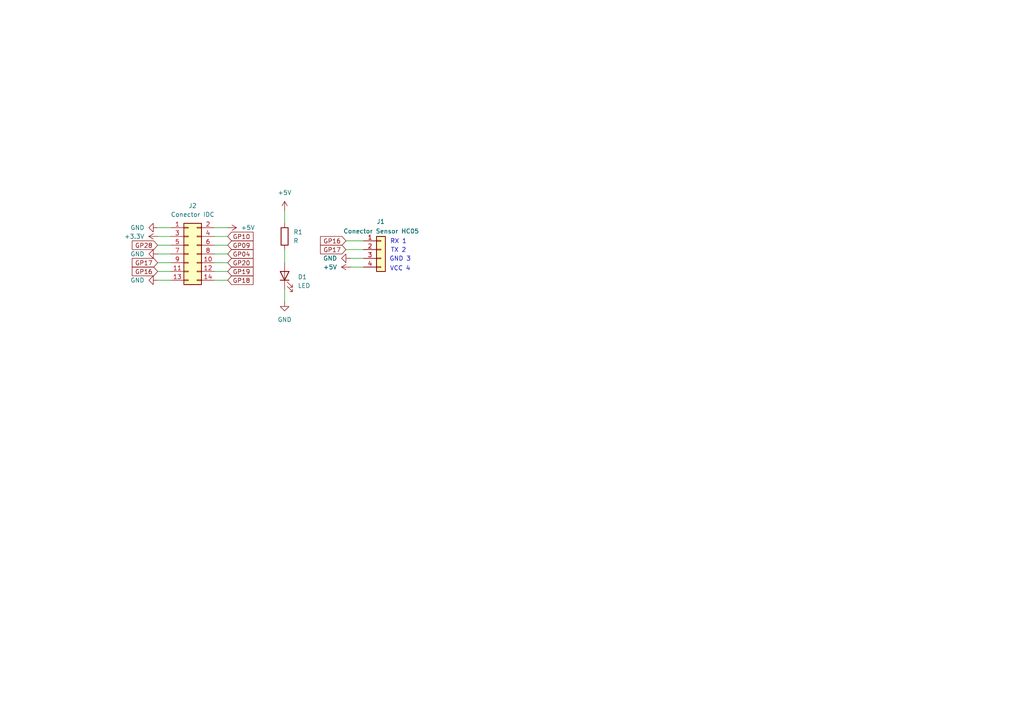
<source format=kicad_sch>
(kicad_sch
	(version 20231120)
	(generator "eeschema")
	(generator_version "8.0")
	(uuid "fe4acb7c-c383-4f31-a7b5-15695a499560")
	(paper "A4")
	(title_block
		(title "PCB para sensor HC05 ")
		(company "Universidade Estadual de Campinas")
		(comment 1 "Victor Anthony T. dos Santos")
		(comment 2 "IE323 - Tópicos em Eletrônica")
	)
	(lib_symbols
		(symbol "Connector_Generic:Conn_01x04"
			(pin_names
				(offset 1.016) hide)
			(exclude_from_sim no)
			(in_bom yes)
			(on_board yes)
			(property "Reference" "J"
				(at 0 5.08 0)
				(effects
					(font
						(size 1.27 1.27)
					)
				)
			)
			(property "Value" "Conn_01x04"
				(at 0 -7.62 0)
				(effects
					(font
						(size 1.27 1.27)
					)
				)
			)
			(property "Footprint" ""
				(at 0 0 0)
				(effects
					(font
						(size 1.27 1.27)
					)
					(hide yes)
				)
			)
			(property "Datasheet" "~"
				(at 0 0 0)
				(effects
					(font
						(size 1.27 1.27)
					)
					(hide yes)
				)
			)
			(property "Description" "Generic connector, single row, 01x04, script generated (kicad-library-utils/schlib/autogen/connector/)"
				(at 0 0 0)
				(effects
					(font
						(size 1.27 1.27)
					)
					(hide yes)
				)
			)
			(property "ki_keywords" "connector"
				(at 0 0 0)
				(effects
					(font
						(size 1.27 1.27)
					)
					(hide yes)
				)
			)
			(property "ki_fp_filters" "Connector*:*_1x??_*"
				(at 0 0 0)
				(effects
					(font
						(size 1.27 1.27)
					)
					(hide yes)
				)
			)
			(symbol "Conn_01x04_1_1"
				(rectangle
					(start -1.27 -4.953)
					(end 0 -5.207)
					(stroke
						(width 0.1524)
						(type default)
					)
					(fill
						(type none)
					)
				)
				(rectangle
					(start -1.27 -2.413)
					(end 0 -2.667)
					(stroke
						(width 0.1524)
						(type default)
					)
					(fill
						(type none)
					)
				)
				(rectangle
					(start -1.27 0.127)
					(end 0 -0.127)
					(stroke
						(width 0.1524)
						(type default)
					)
					(fill
						(type none)
					)
				)
				(rectangle
					(start -1.27 2.667)
					(end 0 2.413)
					(stroke
						(width 0.1524)
						(type default)
					)
					(fill
						(type none)
					)
				)
				(rectangle
					(start -1.27 3.81)
					(end 1.27 -6.35)
					(stroke
						(width 0.254)
						(type default)
					)
					(fill
						(type background)
					)
				)
				(pin passive line
					(at -5.08 2.54 0)
					(length 3.81)
					(name "Pin_1"
						(effects
							(font
								(size 1.27 1.27)
							)
						)
					)
					(number "1"
						(effects
							(font
								(size 1.27 1.27)
							)
						)
					)
				)
				(pin passive line
					(at -5.08 0 0)
					(length 3.81)
					(name "Pin_2"
						(effects
							(font
								(size 1.27 1.27)
							)
						)
					)
					(number "2"
						(effects
							(font
								(size 1.27 1.27)
							)
						)
					)
				)
				(pin passive line
					(at -5.08 -2.54 0)
					(length 3.81)
					(name "Pin_3"
						(effects
							(font
								(size 1.27 1.27)
							)
						)
					)
					(number "3"
						(effects
							(font
								(size 1.27 1.27)
							)
						)
					)
				)
				(pin passive line
					(at -5.08 -5.08 0)
					(length 3.81)
					(name "Pin_4"
						(effects
							(font
								(size 1.27 1.27)
							)
						)
					)
					(number "4"
						(effects
							(font
								(size 1.27 1.27)
							)
						)
					)
				)
			)
		)
		(symbol "Connector_Generic:Conn_02x07_Odd_Even"
			(pin_names
				(offset 1.016) hide)
			(exclude_from_sim no)
			(in_bom yes)
			(on_board yes)
			(property "Reference" "J"
				(at 1.27 10.16 0)
				(effects
					(font
						(size 1.27 1.27)
					)
				)
			)
			(property "Value" "Conn_02x07_Odd_Even"
				(at 1.27 -10.16 0)
				(effects
					(font
						(size 1.27 1.27)
					)
				)
			)
			(property "Footprint" ""
				(at 0 0 0)
				(effects
					(font
						(size 1.27 1.27)
					)
					(hide yes)
				)
			)
			(property "Datasheet" "~"
				(at 0 0 0)
				(effects
					(font
						(size 1.27 1.27)
					)
					(hide yes)
				)
			)
			(property "Description" "Generic connector, double row, 02x07, odd/even pin numbering scheme (row 1 odd numbers, row 2 even numbers), script generated (kicad-library-utils/schlib/autogen/connector/)"
				(at 0 0 0)
				(effects
					(font
						(size 1.27 1.27)
					)
					(hide yes)
				)
			)
			(property "ki_keywords" "connector"
				(at 0 0 0)
				(effects
					(font
						(size 1.27 1.27)
					)
					(hide yes)
				)
			)
			(property "ki_fp_filters" "Connector*:*_2x??_*"
				(at 0 0 0)
				(effects
					(font
						(size 1.27 1.27)
					)
					(hide yes)
				)
			)
			(symbol "Conn_02x07_Odd_Even_1_1"
				(rectangle
					(start -1.27 -7.493)
					(end 0 -7.747)
					(stroke
						(width 0.1524)
						(type default)
					)
					(fill
						(type none)
					)
				)
				(rectangle
					(start -1.27 -4.953)
					(end 0 -5.207)
					(stroke
						(width 0.1524)
						(type default)
					)
					(fill
						(type none)
					)
				)
				(rectangle
					(start -1.27 -2.413)
					(end 0 -2.667)
					(stroke
						(width 0.1524)
						(type default)
					)
					(fill
						(type none)
					)
				)
				(rectangle
					(start -1.27 0.127)
					(end 0 -0.127)
					(stroke
						(width 0.1524)
						(type default)
					)
					(fill
						(type none)
					)
				)
				(rectangle
					(start -1.27 2.667)
					(end 0 2.413)
					(stroke
						(width 0.1524)
						(type default)
					)
					(fill
						(type none)
					)
				)
				(rectangle
					(start -1.27 5.207)
					(end 0 4.953)
					(stroke
						(width 0.1524)
						(type default)
					)
					(fill
						(type none)
					)
				)
				(rectangle
					(start -1.27 7.747)
					(end 0 7.493)
					(stroke
						(width 0.1524)
						(type default)
					)
					(fill
						(type none)
					)
				)
				(rectangle
					(start -1.27 8.89)
					(end 3.81 -8.89)
					(stroke
						(width 0.254)
						(type default)
					)
					(fill
						(type background)
					)
				)
				(rectangle
					(start 3.81 -7.493)
					(end 2.54 -7.747)
					(stroke
						(width 0.1524)
						(type default)
					)
					(fill
						(type none)
					)
				)
				(rectangle
					(start 3.81 -4.953)
					(end 2.54 -5.207)
					(stroke
						(width 0.1524)
						(type default)
					)
					(fill
						(type none)
					)
				)
				(rectangle
					(start 3.81 -2.413)
					(end 2.54 -2.667)
					(stroke
						(width 0.1524)
						(type default)
					)
					(fill
						(type none)
					)
				)
				(rectangle
					(start 3.81 0.127)
					(end 2.54 -0.127)
					(stroke
						(width 0.1524)
						(type default)
					)
					(fill
						(type none)
					)
				)
				(rectangle
					(start 3.81 2.667)
					(end 2.54 2.413)
					(stroke
						(width 0.1524)
						(type default)
					)
					(fill
						(type none)
					)
				)
				(rectangle
					(start 3.81 5.207)
					(end 2.54 4.953)
					(stroke
						(width 0.1524)
						(type default)
					)
					(fill
						(type none)
					)
				)
				(rectangle
					(start 3.81 7.747)
					(end 2.54 7.493)
					(stroke
						(width 0.1524)
						(type default)
					)
					(fill
						(type none)
					)
				)
				(pin passive line
					(at -5.08 7.62 0)
					(length 3.81)
					(name "Pin_1"
						(effects
							(font
								(size 1.27 1.27)
							)
						)
					)
					(number "1"
						(effects
							(font
								(size 1.27 1.27)
							)
						)
					)
				)
				(pin passive line
					(at 7.62 -2.54 180)
					(length 3.81)
					(name "Pin_10"
						(effects
							(font
								(size 1.27 1.27)
							)
						)
					)
					(number "10"
						(effects
							(font
								(size 1.27 1.27)
							)
						)
					)
				)
				(pin passive line
					(at -5.08 -5.08 0)
					(length 3.81)
					(name "Pin_11"
						(effects
							(font
								(size 1.27 1.27)
							)
						)
					)
					(number "11"
						(effects
							(font
								(size 1.27 1.27)
							)
						)
					)
				)
				(pin passive line
					(at 7.62 -5.08 180)
					(length 3.81)
					(name "Pin_12"
						(effects
							(font
								(size 1.27 1.27)
							)
						)
					)
					(number "12"
						(effects
							(font
								(size 1.27 1.27)
							)
						)
					)
				)
				(pin passive line
					(at -5.08 -7.62 0)
					(length 3.81)
					(name "Pin_13"
						(effects
							(font
								(size 1.27 1.27)
							)
						)
					)
					(number "13"
						(effects
							(font
								(size 1.27 1.27)
							)
						)
					)
				)
				(pin passive line
					(at 7.62 -7.62 180)
					(length 3.81)
					(name "Pin_14"
						(effects
							(font
								(size 1.27 1.27)
							)
						)
					)
					(number "14"
						(effects
							(font
								(size 1.27 1.27)
							)
						)
					)
				)
				(pin passive line
					(at 7.62 7.62 180)
					(length 3.81)
					(name "Pin_2"
						(effects
							(font
								(size 1.27 1.27)
							)
						)
					)
					(number "2"
						(effects
							(font
								(size 1.27 1.27)
							)
						)
					)
				)
				(pin passive line
					(at -5.08 5.08 0)
					(length 3.81)
					(name "Pin_3"
						(effects
							(font
								(size 1.27 1.27)
							)
						)
					)
					(number "3"
						(effects
							(font
								(size 1.27 1.27)
							)
						)
					)
				)
				(pin passive line
					(at 7.62 5.08 180)
					(length 3.81)
					(name "Pin_4"
						(effects
							(font
								(size 1.27 1.27)
							)
						)
					)
					(number "4"
						(effects
							(font
								(size 1.27 1.27)
							)
						)
					)
				)
				(pin passive line
					(at -5.08 2.54 0)
					(length 3.81)
					(name "Pin_5"
						(effects
							(font
								(size 1.27 1.27)
							)
						)
					)
					(number "5"
						(effects
							(font
								(size 1.27 1.27)
							)
						)
					)
				)
				(pin passive line
					(at 7.62 2.54 180)
					(length 3.81)
					(name "Pin_6"
						(effects
							(font
								(size 1.27 1.27)
							)
						)
					)
					(number "6"
						(effects
							(font
								(size 1.27 1.27)
							)
						)
					)
				)
				(pin passive line
					(at -5.08 0 0)
					(length 3.81)
					(name "Pin_7"
						(effects
							(font
								(size 1.27 1.27)
							)
						)
					)
					(number "7"
						(effects
							(font
								(size 1.27 1.27)
							)
						)
					)
				)
				(pin passive line
					(at 7.62 0 180)
					(length 3.81)
					(name "Pin_8"
						(effects
							(font
								(size 1.27 1.27)
							)
						)
					)
					(number "8"
						(effects
							(font
								(size 1.27 1.27)
							)
						)
					)
				)
				(pin passive line
					(at -5.08 -2.54 0)
					(length 3.81)
					(name "Pin_9"
						(effects
							(font
								(size 1.27 1.27)
							)
						)
					)
					(number "9"
						(effects
							(font
								(size 1.27 1.27)
							)
						)
					)
				)
			)
		)
		(symbol "Device:LED"
			(pin_numbers hide)
			(pin_names
				(offset 1.016) hide)
			(exclude_from_sim no)
			(in_bom yes)
			(on_board yes)
			(property "Reference" "D"
				(at 0 2.54 0)
				(effects
					(font
						(size 1.27 1.27)
					)
				)
			)
			(property "Value" "LED"
				(at 0 -2.54 0)
				(effects
					(font
						(size 1.27 1.27)
					)
				)
			)
			(property "Footprint" ""
				(at 0 0 0)
				(effects
					(font
						(size 1.27 1.27)
					)
					(hide yes)
				)
			)
			(property "Datasheet" "~"
				(at 0 0 0)
				(effects
					(font
						(size 1.27 1.27)
					)
					(hide yes)
				)
			)
			(property "Description" "Light emitting diode"
				(at 0 0 0)
				(effects
					(font
						(size 1.27 1.27)
					)
					(hide yes)
				)
			)
			(property "ki_keywords" "LED diode"
				(at 0 0 0)
				(effects
					(font
						(size 1.27 1.27)
					)
					(hide yes)
				)
			)
			(property "ki_fp_filters" "LED* LED_SMD:* LED_THT:*"
				(at 0 0 0)
				(effects
					(font
						(size 1.27 1.27)
					)
					(hide yes)
				)
			)
			(symbol "LED_0_1"
				(polyline
					(pts
						(xy -1.27 -1.27) (xy -1.27 1.27)
					)
					(stroke
						(width 0.254)
						(type default)
					)
					(fill
						(type none)
					)
				)
				(polyline
					(pts
						(xy -1.27 0) (xy 1.27 0)
					)
					(stroke
						(width 0)
						(type default)
					)
					(fill
						(type none)
					)
				)
				(polyline
					(pts
						(xy 1.27 -1.27) (xy 1.27 1.27) (xy -1.27 0) (xy 1.27 -1.27)
					)
					(stroke
						(width 0.254)
						(type default)
					)
					(fill
						(type none)
					)
				)
				(polyline
					(pts
						(xy -3.048 -0.762) (xy -4.572 -2.286) (xy -3.81 -2.286) (xy -4.572 -2.286) (xy -4.572 -1.524)
					)
					(stroke
						(width 0)
						(type default)
					)
					(fill
						(type none)
					)
				)
				(polyline
					(pts
						(xy -1.778 -0.762) (xy -3.302 -2.286) (xy -2.54 -2.286) (xy -3.302 -2.286) (xy -3.302 -1.524)
					)
					(stroke
						(width 0)
						(type default)
					)
					(fill
						(type none)
					)
				)
			)
			(symbol "LED_1_1"
				(pin passive line
					(at -3.81 0 0)
					(length 2.54)
					(name "K"
						(effects
							(font
								(size 1.27 1.27)
							)
						)
					)
					(number "1"
						(effects
							(font
								(size 1.27 1.27)
							)
						)
					)
				)
				(pin passive line
					(at 3.81 0 180)
					(length 2.54)
					(name "A"
						(effects
							(font
								(size 1.27 1.27)
							)
						)
					)
					(number "2"
						(effects
							(font
								(size 1.27 1.27)
							)
						)
					)
				)
			)
		)
		(symbol "Device:R"
			(pin_numbers hide)
			(pin_names
				(offset 0)
			)
			(exclude_from_sim no)
			(in_bom yes)
			(on_board yes)
			(property "Reference" "R"
				(at 2.032 0 90)
				(effects
					(font
						(size 1.27 1.27)
					)
				)
			)
			(property "Value" "R"
				(at 0 0 90)
				(effects
					(font
						(size 1.27 1.27)
					)
				)
			)
			(property "Footprint" ""
				(at -1.778 0 90)
				(effects
					(font
						(size 1.27 1.27)
					)
					(hide yes)
				)
			)
			(property "Datasheet" "~"
				(at 0 0 0)
				(effects
					(font
						(size 1.27 1.27)
					)
					(hide yes)
				)
			)
			(property "Description" "Resistor"
				(at 0 0 0)
				(effects
					(font
						(size 1.27 1.27)
					)
					(hide yes)
				)
			)
			(property "ki_keywords" "R res resistor"
				(at 0 0 0)
				(effects
					(font
						(size 1.27 1.27)
					)
					(hide yes)
				)
			)
			(property "ki_fp_filters" "R_*"
				(at 0 0 0)
				(effects
					(font
						(size 1.27 1.27)
					)
					(hide yes)
				)
			)
			(symbol "R_0_1"
				(rectangle
					(start -1.016 -2.54)
					(end 1.016 2.54)
					(stroke
						(width 0.254)
						(type default)
					)
					(fill
						(type none)
					)
				)
			)
			(symbol "R_1_1"
				(pin passive line
					(at 0 3.81 270)
					(length 1.27)
					(name "~"
						(effects
							(font
								(size 1.27 1.27)
							)
						)
					)
					(number "1"
						(effects
							(font
								(size 1.27 1.27)
							)
						)
					)
				)
				(pin passive line
					(at 0 -3.81 90)
					(length 1.27)
					(name "~"
						(effects
							(font
								(size 1.27 1.27)
							)
						)
					)
					(number "2"
						(effects
							(font
								(size 1.27 1.27)
							)
						)
					)
				)
			)
		)
		(symbol "power:+3.3V"
			(power)
			(pin_numbers hide)
			(pin_names
				(offset 0) hide)
			(exclude_from_sim no)
			(in_bom yes)
			(on_board yes)
			(property "Reference" "#PWR"
				(at 0 -3.81 0)
				(effects
					(font
						(size 1.27 1.27)
					)
					(hide yes)
				)
			)
			(property "Value" "+3.3V"
				(at 0 3.556 0)
				(effects
					(font
						(size 1.27 1.27)
					)
				)
			)
			(property "Footprint" ""
				(at 0 0 0)
				(effects
					(font
						(size 1.27 1.27)
					)
					(hide yes)
				)
			)
			(property "Datasheet" ""
				(at 0 0 0)
				(effects
					(font
						(size 1.27 1.27)
					)
					(hide yes)
				)
			)
			(property "Description" "Power symbol creates a global label with name \"+3.3V\""
				(at 0 0 0)
				(effects
					(font
						(size 1.27 1.27)
					)
					(hide yes)
				)
			)
			(property "ki_keywords" "global power"
				(at 0 0 0)
				(effects
					(font
						(size 1.27 1.27)
					)
					(hide yes)
				)
			)
			(symbol "+3.3V_0_1"
				(polyline
					(pts
						(xy -0.762 1.27) (xy 0 2.54)
					)
					(stroke
						(width 0)
						(type default)
					)
					(fill
						(type none)
					)
				)
				(polyline
					(pts
						(xy 0 0) (xy 0 2.54)
					)
					(stroke
						(width 0)
						(type default)
					)
					(fill
						(type none)
					)
				)
				(polyline
					(pts
						(xy 0 2.54) (xy 0.762 1.27)
					)
					(stroke
						(width 0)
						(type default)
					)
					(fill
						(type none)
					)
				)
			)
			(symbol "+3.3V_1_1"
				(pin power_in line
					(at 0 0 90)
					(length 0)
					(name "~"
						(effects
							(font
								(size 1.27 1.27)
							)
						)
					)
					(number "1"
						(effects
							(font
								(size 1.27 1.27)
							)
						)
					)
				)
			)
		)
		(symbol "power:+5V"
			(power)
			(pin_numbers hide)
			(pin_names
				(offset 0) hide)
			(exclude_from_sim no)
			(in_bom yes)
			(on_board yes)
			(property "Reference" "#PWR"
				(at 0 -3.81 0)
				(effects
					(font
						(size 1.27 1.27)
					)
					(hide yes)
				)
			)
			(property "Value" "+5V"
				(at 0 3.556 0)
				(effects
					(font
						(size 1.27 1.27)
					)
				)
			)
			(property "Footprint" ""
				(at 0 0 0)
				(effects
					(font
						(size 1.27 1.27)
					)
					(hide yes)
				)
			)
			(property "Datasheet" ""
				(at 0 0 0)
				(effects
					(font
						(size 1.27 1.27)
					)
					(hide yes)
				)
			)
			(property "Description" "Power symbol creates a global label with name \"+5V\""
				(at 0 0 0)
				(effects
					(font
						(size 1.27 1.27)
					)
					(hide yes)
				)
			)
			(property "ki_keywords" "global power"
				(at 0 0 0)
				(effects
					(font
						(size 1.27 1.27)
					)
					(hide yes)
				)
			)
			(symbol "+5V_0_1"
				(polyline
					(pts
						(xy -0.762 1.27) (xy 0 2.54)
					)
					(stroke
						(width 0)
						(type default)
					)
					(fill
						(type none)
					)
				)
				(polyline
					(pts
						(xy 0 0) (xy 0 2.54)
					)
					(stroke
						(width 0)
						(type default)
					)
					(fill
						(type none)
					)
				)
				(polyline
					(pts
						(xy 0 2.54) (xy 0.762 1.27)
					)
					(stroke
						(width 0)
						(type default)
					)
					(fill
						(type none)
					)
				)
			)
			(symbol "+5V_1_1"
				(pin power_in line
					(at 0 0 90)
					(length 0)
					(name "~"
						(effects
							(font
								(size 1.27 1.27)
							)
						)
					)
					(number "1"
						(effects
							(font
								(size 1.27 1.27)
							)
						)
					)
				)
			)
		)
		(symbol "power:GND"
			(power)
			(pin_numbers hide)
			(pin_names
				(offset 0) hide)
			(exclude_from_sim no)
			(in_bom yes)
			(on_board yes)
			(property "Reference" "#PWR"
				(at 0 -6.35 0)
				(effects
					(font
						(size 1.27 1.27)
					)
					(hide yes)
				)
			)
			(property "Value" "GND"
				(at 0 -3.81 0)
				(effects
					(font
						(size 1.27 1.27)
					)
				)
			)
			(property "Footprint" ""
				(at 0 0 0)
				(effects
					(font
						(size 1.27 1.27)
					)
					(hide yes)
				)
			)
			(property "Datasheet" ""
				(at 0 0 0)
				(effects
					(font
						(size 1.27 1.27)
					)
					(hide yes)
				)
			)
			(property "Description" "Power symbol creates a global label with name \"GND\" , ground"
				(at 0 0 0)
				(effects
					(font
						(size 1.27 1.27)
					)
					(hide yes)
				)
			)
			(property "ki_keywords" "global power"
				(at 0 0 0)
				(effects
					(font
						(size 1.27 1.27)
					)
					(hide yes)
				)
			)
			(symbol "GND_0_1"
				(polyline
					(pts
						(xy 0 0) (xy 0 -1.27) (xy 1.27 -1.27) (xy 0 -2.54) (xy -1.27 -1.27) (xy 0 -1.27)
					)
					(stroke
						(width 0)
						(type default)
					)
					(fill
						(type none)
					)
				)
			)
			(symbol "GND_1_1"
				(pin power_in line
					(at 0 0 270)
					(length 0)
					(name "~"
						(effects
							(font
								(size 1.27 1.27)
							)
						)
					)
					(number "1"
						(effects
							(font
								(size 1.27 1.27)
							)
						)
					)
				)
			)
		)
	)
	(wire
		(pts
			(xy 45.72 68.58) (xy 49.53 68.58)
		)
		(stroke
			(width 0)
			(type default)
		)
		(uuid "0a0ade66-cbd1-4320-8723-02320c0b9780")
	)
	(wire
		(pts
			(xy 82.55 83.82) (xy 82.55 87.63)
		)
		(stroke
			(width 0)
			(type default)
		)
		(uuid "235b89dd-9b82-4c81-8cfd-d216c43f0c9a")
	)
	(wire
		(pts
			(xy 62.23 68.58) (xy 66.04 68.58)
		)
		(stroke
			(width 0)
			(type default)
		)
		(uuid "39299299-9bc1-4ed5-a68f-d63e08c1abfb")
	)
	(wire
		(pts
			(xy 82.55 72.39) (xy 82.55 76.2)
		)
		(stroke
			(width 0)
			(type default)
		)
		(uuid "39c7ff56-cf6d-4e31-bbe8-1789063315cd")
	)
	(wire
		(pts
			(xy 100.33 69.85) (xy 105.41 69.85)
		)
		(stroke
			(width 0)
			(type default)
		)
		(uuid "3f944f0c-1afd-4aaf-810b-5092ec149b56")
	)
	(wire
		(pts
			(xy 45.72 71.12) (xy 49.53 71.12)
		)
		(stroke
			(width 0)
			(type default)
		)
		(uuid "53880fc4-eb78-44b8-bd56-69a7654e99ff")
	)
	(wire
		(pts
			(xy 45.72 66.04) (xy 49.53 66.04)
		)
		(stroke
			(width 0)
			(type default)
		)
		(uuid "5601cea7-d525-4e23-a6c2-9f41a6d20c68")
	)
	(wire
		(pts
			(xy 45.72 78.74) (xy 49.53 78.74)
		)
		(stroke
			(width 0)
			(type default)
		)
		(uuid "7378aa4c-22de-4323-9427-478abaed1447")
	)
	(wire
		(pts
			(xy 62.23 66.04) (xy 66.04 66.04)
		)
		(stroke
			(width 0)
			(type default)
		)
		(uuid "7b210b62-55db-4b02-83d0-6e35be4c9f1d")
	)
	(wire
		(pts
			(xy 62.23 76.2) (xy 66.04 76.2)
		)
		(stroke
			(width 0)
			(type default)
		)
		(uuid "958edfbe-9904-48ec-b9d0-c331585b97e7")
	)
	(wire
		(pts
			(xy 62.23 81.28) (xy 66.04 81.28)
		)
		(stroke
			(width 0)
			(type default)
		)
		(uuid "b9fef6dc-bfed-44f1-a689-0f4b46bf7eed")
	)
	(wire
		(pts
			(xy 100.33 72.39) (xy 105.41 72.39)
		)
		(stroke
			(width 0)
			(type default)
		)
		(uuid "cc970cf4-2b2d-474f-95bd-6288946262dc")
	)
	(wire
		(pts
			(xy 62.23 73.66) (xy 66.04 73.66)
		)
		(stroke
			(width 0)
			(type default)
		)
		(uuid "cfd2d0ec-9111-4e0a-a617-23e0770a99d3")
	)
	(wire
		(pts
			(xy 45.72 73.66) (xy 49.53 73.66)
		)
		(stroke
			(width 0)
			(type default)
		)
		(uuid "d1993b75-2ae7-4c09-90b7-480af91e8125")
	)
	(wire
		(pts
			(xy 101.6 77.47) (xy 105.41 77.47)
		)
		(stroke
			(width 0)
			(type default)
		)
		(uuid "eda0d826-7bc7-4665-8534-c2d51c5ab63c")
	)
	(wire
		(pts
			(xy 62.23 78.74) (xy 66.04 78.74)
		)
		(stroke
			(width 0)
			(type default)
		)
		(uuid "ee00362e-3dd5-4e8c-af44-ec15a89d6b01")
	)
	(wire
		(pts
			(xy 82.55 60.96) (xy 82.55 64.77)
		)
		(stroke
			(width 0)
			(type default)
		)
		(uuid "f3171a6c-7f80-44aa-a938-943baae452e8")
	)
	(wire
		(pts
			(xy 45.72 81.28) (xy 49.53 81.28)
		)
		(stroke
			(width 0)
			(type default)
		)
		(uuid "f4f7a021-ed73-45d5-a73f-ee61e75583ac")
	)
	(wire
		(pts
			(xy 45.72 76.2) (xy 49.53 76.2)
		)
		(stroke
			(width 0)
			(type default)
		)
		(uuid "f600f66c-c146-4195-a91d-662cc6ce82db")
	)
	(wire
		(pts
			(xy 62.23 71.12) (xy 66.04 71.12)
		)
		(stroke
			(width 0)
			(type default)
		)
		(uuid "f6eef4f6-dde4-4da9-aed6-70f01e0a84dd")
	)
	(wire
		(pts
			(xy 101.6 74.93) (xy 105.41 74.93)
		)
		(stroke
			(width 0)
			(type default)
		)
		(uuid "fcca16be-e42b-4fad-ac22-1d0a9db16044")
	)
	(text "RX 1"
		(exclude_from_sim no)
		(at 115.57 70.104 0)
		(effects
			(font
				(size 1.27 1.27)
			)
		)
		(uuid "2b2645d8-27e1-439e-8b1b-fd12b0491235")
	)
	(text "GND 3\n"
		(exclude_from_sim no)
		(at 116.078 75.184 0)
		(effects
			(font
				(size 1.27 1.27)
			)
		)
		(uuid "8b5c55e5-6599-4ede-858f-7a3dc671694d")
	)
	(text "VCC 4\n"
		(exclude_from_sim no)
		(at 116.078 77.978 0)
		(effects
			(font
				(size 1.27 1.27)
			)
		)
		(uuid "9d496378-526e-45e5-9f36-ff02963d76a1")
	)
	(text "TX 2"
		(exclude_from_sim no)
		(at 115.57 72.644 0)
		(effects
			(font
				(size 1.27 1.27)
			)
		)
		(uuid "c783d1c5-288b-4ecb-92b5-dd1c50008eb8")
	)
	(global_label "GP28"
		(shape input)
		(at 45.72 71.12 180)
		(fields_autoplaced yes)
		(effects
			(font
				(size 1.27 1.27)
			)
			(justify right)
		)
		(uuid "4d8f27dc-50a5-4500-ad10-00a7759dd6f6")
		(property "Intersheetrefs" "${INTERSHEET_REFS}"
			(at 37.7758 71.12 0)
			(effects
				(font
					(size 1.27 1.27)
				)
				(justify right)
				(hide yes)
			)
		)
	)
	(global_label "GP04"
		(shape input)
		(at 66.04 73.66 0)
		(fields_autoplaced yes)
		(effects
			(font
				(size 1.27 1.27)
			)
			(justify left)
		)
		(uuid "60f1cb0b-408e-4369-abd0-85ad7fe1af8d")
		(property "Intersheetrefs" "${INTERSHEET_REFS}"
			(at 73.9842 73.66 0)
			(effects
				(font
					(size 1.27 1.27)
				)
				(justify left)
				(hide yes)
			)
		)
	)
	(global_label "GP17"
		(shape input)
		(at 100.33 72.39 180)
		(fields_autoplaced yes)
		(effects
			(font
				(size 1.27 1.27)
			)
			(justify right)
		)
		(uuid "631327a3-c4ab-4d4b-895d-834c4245bba1")
		(property "Intersheetrefs" "${INTERSHEET_REFS}"
			(at 92.3858 72.39 0)
			(effects
				(font
					(size 1.27 1.27)
				)
				(justify right)
				(hide yes)
			)
		)
	)
	(global_label "GP18"
		(shape input)
		(at 66.04 81.28 0)
		(fields_autoplaced yes)
		(effects
			(font
				(size 1.27 1.27)
			)
			(justify left)
		)
		(uuid "720de9ab-8bb7-4de2-8fdb-9d1b89da1912")
		(property "Intersheetrefs" "${INTERSHEET_REFS}"
			(at 73.9842 81.28 0)
			(effects
				(font
					(size 1.27 1.27)
				)
				(justify left)
				(hide yes)
			)
		)
	)
	(global_label "GP16"
		(shape input)
		(at 45.72 78.74 180)
		(fields_autoplaced yes)
		(effects
			(font
				(size 1.27 1.27)
			)
			(justify right)
		)
		(uuid "9cbff0f6-56eb-4f1c-9067-c3d14422172f")
		(property "Intersheetrefs" "${INTERSHEET_REFS}"
			(at 37.7758 78.74 0)
			(effects
				(font
					(size 1.27 1.27)
				)
				(justify right)
				(hide yes)
			)
		)
	)
	(global_label "GP09"
		(shape input)
		(at 66.04 71.12 0)
		(fields_autoplaced yes)
		(effects
			(font
				(size 1.27 1.27)
			)
			(justify left)
		)
		(uuid "a7305996-53b8-497f-bd88-0e074ca61725")
		(property "Intersheetrefs" "${INTERSHEET_REFS}"
			(at 73.9842 71.12 0)
			(effects
				(font
					(size 1.27 1.27)
				)
				(justify left)
				(hide yes)
			)
		)
	)
	(global_label "GP17"
		(shape input)
		(at 45.72 76.2 180)
		(fields_autoplaced yes)
		(effects
			(font
				(size 1.27 1.27)
			)
			(justify right)
		)
		(uuid "c3405b3c-9e6d-4f51-9a3a-d0c7b0a2e8dc")
		(property "Intersheetrefs" "${INTERSHEET_REFS}"
			(at 37.7758 76.2 0)
			(effects
				(font
					(size 1.27 1.27)
				)
				(justify right)
				(hide yes)
			)
		)
	)
	(global_label "GP20"
		(shape input)
		(at 66.04 76.2 0)
		(fields_autoplaced yes)
		(effects
			(font
				(size 1.27 1.27)
			)
			(justify left)
		)
		(uuid "d1b63ae3-0595-4739-b6a1-ca2d2f73d8ef")
		(property "Intersheetrefs" "${INTERSHEET_REFS}"
			(at 73.9842 76.2 0)
			(effects
				(font
					(size 1.27 1.27)
				)
				(justify left)
				(hide yes)
			)
		)
	)
	(global_label "GP10"
		(shape input)
		(at 66.04 68.58 0)
		(fields_autoplaced yes)
		(effects
			(font
				(size 1.27 1.27)
			)
			(justify left)
		)
		(uuid "eb274f65-29f9-40ae-b569-599620222697")
		(property "Intersheetrefs" "${INTERSHEET_REFS}"
			(at 73.9842 68.58 0)
			(effects
				(font
					(size 1.27 1.27)
				)
				(justify left)
				(hide yes)
			)
		)
	)
	(global_label "GP19"
		(shape input)
		(at 66.04 78.74 0)
		(fields_autoplaced yes)
		(effects
			(font
				(size 1.27 1.27)
			)
			(justify left)
		)
		(uuid "f5b1923d-b2aa-4032-b4cc-c48b7203da71")
		(property "Intersheetrefs" "${INTERSHEET_REFS}"
			(at 73.9842 78.74 0)
			(effects
				(font
					(size 1.27 1.27)
				)
				(justify left)
				(hide yes)
			)
		)
	)
	(global_label "GP16"
		(shape input)
		(at 100.33 69.85 180)
		(fields_autoplaced yes)
		(effects
			(font
				(size 1.27 1.27)
			)
			(justify right)
		)
		(uuid "fd75310e-1241-4546-8d98-0f40c543085d")
		(property "Intersheetrefs" "${INTERSHEET_REFS}"
			(at 92.3858 69.85 0)
			(effects
				(font
					(size 1.27 1.27)
				)
				(justify right)
				(hide yes)
			)
		)
	)
	(symbol
		(lib_id "power:+5V")
		(at 101.6 77.47 90)
		(unit 1)
		(exclude_from_sim no)
		(in_bom yes)
		(on_board yes)
		(dnp no)
		(fields_autoplaced yes)
		(uuid "0611cb53-8b37-411c-848c-0f814c53dbdd")
		(property "Reference" "#PWR08"
			(at 105.41 77.47 0)
			(effects
				(font
					(size 1.27 1.27)
				)
				(hide yes)
			)
		)
		(property "Value" "+5V"
			(at 97.79 77.4699 90)
			(effects
				(font
					(size 1.27 1.27)
				)
				(justify left)
			)
		)
		(property "Footprint" ""
			(at 101.6 77.47 0)
			(effects
				(font
					(size 1.27 1.27)
				)
				(hide yes)
			)
		)
		(property "Datasheet" ""
			(at 101.6 77.47 0)
			(effects
				(font
					(size 1.27 1.27)
				)
				(hide yes)
			)
		)
		(property "Description" "Power symbol creates a global label with name \"+5V\""
			(at 101.6 77.47 0)
			(effects
				(font
					(size 1.27 1.27)
				)
				(hide yes)
			)
		)
		(pin "1"
			(uuid "626a5574-146d-4f20-b742-80f0c74f60b9")
		)
		(instances
			(project "v2pcb_embarcados"
				(path "/fe4acb7c-c383-4f31-a7b5-15695a499560"
					(reference "#PWR08")
					(unit 1)
				)
			)
		)
	)
	(symbol
		(lib_id "power:+5V")
		(at 66.04 66.04 270)
		(unit 1)
		(exclude_from_sim no)
		(in_bom yes)
		(on_board yes)
		(dnp no)
		(fields_autoplaced yes)
		(uuid "0c1245e6-721f-4175-b708-7da301a59fa4")
		(property "Reference" "#PWR07"
			(at 62.23 66.04 0)
			(effects
				(font
					(size 1.27 1.27)
				)
				(hide yes)
			)
		)
		(property "Value" "+5V"
			(at 69.85 66.0399 90)
			(effects
				(font
					(size 1.27 1.27)
				)
				(justify left)
			)
		)
		(property "Footprint" ""
			(at 66.04 66.04 0)
			(effects
				(font
					(size 1.27 1.27)
				)
				(hide yes)
			)
		)
		(property "Datasheet" ""
			(at 66.04 66.04 0)
			(effects
				(font
					(size 1.27 1.27)
				)
				(hide yes)
			)
		)
		(property "Description" "Power symbol creates a global label with name \"+5V\""
			(at 66.04 66.04 0)
			(effects
				(font
					(size 1.27 1.27)
				)
				(hide yes)
			)
		)
		(pin "1"
			(uuid "5e9e685a-74ff-4afb-878d-67ef32a86a31")
		)
		(instances
			(project ""
				(path "/fe4acb7c-c383-4f31-a7b5-15695a499560"
					(reference "#PWR07")
					(unit 1)
				)
			)
		)
	)
	(symbol
		(lib_id "power:GND")
		(at 45.72 66.04 270)
		(unit 1)
		(exclude_from_sim no)
		(in_bom yes)
		(on_board yes)
		(dnp no)
		(fields_autoplaced yes)
		(uuid "103be799-94d9-4a43-b272-dd00ce35ae6c")
		(property "Reference" "#PWR03"
			(at 39.37 66.04 0)
			(effects
				(font
					(size 1.27 1.27)
				)
				(hide yes)
			)
		)
		(property "Value" "GND"
			(at 41.91 66.0399 90)
			(effects
				(font
					(size 1.27 1.27)
				)
				(justify right)
			)
		)
		(property "Footprint" ""
			(at 45.72 66.04 0)
			(effects
				(font
					(size 1.27 1.27)
				)
				(hide yes)
			)
		)
		(property "Datasheet" ""
			(at 45.72 66.04 0)
			(effects
				(font
					(size 1.27 1.27)
				)
				(hide yes)
			)
		)
		(property "Description" "Power symbol creates a global label with name \"GND\" , ground"
			(at 45.72 66.04 0)
			(effects
				(font
					(size 1.27 1.27)
				)
				(hide yes)
			)
		)
		(pin "1"
			(uuid "9ceb7bb1-0476-4f36-8ba4-db52c00d90f5")
		)
		(instances
			(project "v2pcb_embarcados"
				(path "/fe4acb7c-c383-4f31-a7b5-15695a499560"
					(reference "#PWR03")
					(unit 1)
				)
			)
		)
	)
	(symbol
		(lib_id "Device:R")
		(at 82.55 68.58 0)
		(unit 1)
		(exclude_from_sim no)
		(in_bom yes)
		(on_board yes)
		(dnp no)
		(fields_autoplaced yes)
		(uuid "1e994b53-4c85-49e9-b65a-0ee9aae70ea1")
		(property "Reference" "R1"
			(at 85.09 67.3099 0)
			(effects
				(font
					(size 1.27 1.27)
				)
				(justify left)
			)
		)
		(property "Value" "R"
			(at 85.09 69.8499 0)
			(effects
				(font
					(size 1.27 1.27)
				)
				(justify left)
			)
		)
		(property "Footprint" "Resistor_THT:R_Axial_DIN0207_L6.3mm_D2.5mm_P10.16mm_Horizontal"
			(at 80.772 68.58 90)
			(effects
				(font
					(size 1.27 1.27)
				)
				(hide yes)
			)
		)
		(property "Datasheet" "~"
			(at 82.55 68.58 0)
			(effects
				(font
					(size 1.27 1.27)
				)
				(hide yes)
			)
		)
		(property "Description" "Resistor"
			(at 82.55 68.58 0)
			(effects
				(font
					(size 1.27 1.27)
				)
				(hide yes)
			)
		)
		(pin "2"
			(uuid "92a967b7-ed7d-4692-809e-fc4352edbfe7")
		)
		(pin "1"
			(uuid "e336f5e4-c9a7-471f-b77e-1437bcf2a1eb")
		)
		(instances
			(project ""
				(path "/fe4acb7c-c383-4f31-a7b5-15695a499560"
					(reference "R1")
					(unit 1)
				)
			)
		)
	)
	(symbol
		(lib_id "power:+3.3V")
		(at 45.72 68.58 90)
		(unit 1)
		(exclude_from_sim no)
		(in_bom yes)
		(on_board yes)
		(dnp no)
		(fields_autoplaced yes)
		(uuid "3028b349-0eff-40e1-89ec-aec4c0e4bb9e")
		(property "Reference" "#PWR05"
			(at 49.53 68.58 0)
			(effects
				(font
					(size 1.27 1.27)
				)
				(hide yes)
			)
		)
		(property "Value" "+3.3V"
			(at 41.91 68.5799 90)
			(effects
				(font
					(size 1.27 1.27)
				)
				(justify left)
			)
		)
		(property "Footprint" ""
			(at 45.72 68.58 0)
			(effects
				(font
					(size 1.27 1.27)
				)
				(hide yes)
			)
		)
		(property "Datasheet" ""
			(at 45.72 68.58 0)
			(effects
				(font
					(size 1.27 1.27)
				)
				(hide yes)
			)
		)
		(property "Description" "Power symbol creates a global label with name \"+3.3V\""
			(at 45.72 68.58 0)
			(effects
				(font
					(size 1.27 1.27)
				)
				(hide yes)
			)
		)
		(pin "1"
			(uuid "46f154a6-431d-4d55-b184-37982f3b0afd")
		)
		(instances
			(project ""
				(path "/fe4acb7c-c383-4f31-a7b5-15695a499560"
					(reference "#PWR05")
					(unit 1)
				)
			)
		)
	)
	(symbol
		(lib_id "Connector_Generic:Conn_01x04")
		(at 110.49 72.39 0)
		(unit 1)
		(exclude_from_sim no)
		(in_bom yes)
		(on_board yes)
		(dnp no)
		(uuid "62468423-2144-4c4a-91f2-eaf188422e42")
		(property "Reference" "J1"
			(at 109.22 64.262 0)
			(effects
				(font
					(size 1.27 1.27)
				)
				(justify left)
			)
		)
		(property "Value" "Conector Sensor HC05"
			(at 99.568 67.056 0)
			(effects
				(font
					(size 1.27 1.27)
				)
				(justify left)
			)
		)
		(property "Footprint" "Connector_PinSocket_2.54mm:PinSocket_1x04_P2.54mm_Vertical"
			(at 110.49 72.39 0)
			(effects
				(font
					(size 1.27 1.27)
				)
				(hide yes)
			)
		)
		(property "Datasheet" "~"
			(at 110.49 72.39 0)
			(effects
				(font
					(size 1.27 1.27)
				)
				(hide yes)
			)
		)
		(property "Description" "Generic connector, single row, 01x04, script generated (kicad-library-utils/schlib/autogen/connector/)"
			(at 110.49 72.39 0)
			(effects
				(font
					(size 1.27 1.27)
				)
				(hide yes)
			)
		)
		(pin "2"
			(uuid "49d7e482-9398-4ae0-a8a5-bfc405973376")
		)
		(pin "3"
			(uuid "66f99458-d826-48ad-9687-4afc6911bcc2")
		)
		(pin "4"
			(uuid "e1a83ac7-e18d-423d-a719-92de942b7bd8")
		)
		(pin "1"
			(uuid "28769529-8a71-4b17-89b5-0a0b0f264d85")
		)
		(instances
			(project ""
				(path "/fe4acb7c-c383-4f31-a7b5-15695a499560"
					(reference "J1")
					(unit 1)
				)
			)
		)
	)
	(symbol
		(lib_id "power:GND")
		(at 45.72 73.66 270)
		(unit 1)
		(exclude_from_sim no)
		(in_bom yes)
		(on_board yes)
		(dnp no)
		(fields_autoplaced yes)
		(uuid "7055fd4c-013b-44dd-8b72-9421c3b2a4bc")
		(property "Reference" "#PWR06"
			(at 39.37 73.66 0)
			(effects
				(font
					(size 1.27 1.27)
				)
				(hide yes)
			)
		)
		(property "Value" "GND"
			(at 41.91 73.6599 90)
			(effects
				(font
					(size 1.27 1.27)
				)
				(justify right)
			)
		)
		(property "Footprint" ""
			(at 45.72 73.66 0)
			(effects
				(font
					(size 1.27 1.27)
				)
				(hide yes)
			)
		)
		(property "Datasheet" ""
			(at 45.72 73.66 0)
			(effects
				(font
					(size 1.27 1.27)
				)
				(hide yes)
			)
		)
		(property "Description" "Power symbol creates a global label with name \"GND\" , ground"
			(at 45.72 73.66 0)
			(effects
				(font
					(size 1.27 1.27)
				)
				(hide yes)
			)
		)
		(pin "1"
			(uuid "37f5d620-509d-435e-adcf-3205a2ed00bd")
		)
		(instances
			(project "v2pcb_embarcados"
				(path "/fe4acb7c-c383-4f31-a7b5-15695a499560"
					(reference "#PWR06")
					(unit 1)
				)
			)
		)
	)
	(symbol
		(lib_id "power:GND")
		(at 101.6 74.93 270)
		(unit 1)
		(exclude_from_sim no)
		(in_bom yes)
		(on_board yes)
		(dnp no)
		(fields_autoplaced yes)
		(uuid "93c3a1b1-4254-4bf8-b983-7b6f2f4731f9")
		(property "Reference" "#PWR09"
			(at 95.25 74.93 0)
			(effects
				(font
					(size 1.27 1.27)
				)
				(hide yes)
			)
		)
		(property "Value" "GND"
			(at 97.79 74.9299 90)
			(effects
				(font
					(size 1.27 1.27)
				)
				(justify right)
			)
		)
		(property "Footprint" ""
			(at 101.6 74.93 0)
			(effects
				(font
					(size 1.27 1.27)
				)
				(hide yes)
			)
		)
		(property "Datasheet" ""
			(at 101.6 74.93 0)
			(effects
				(font
					(size 1.27 1.27)
				)
				(hide yes)
			)
		)
		(property "Description" "Power symbol creates a global label with name \"GND\" , ground"
			(at 101.6 74.93 0)
			(effects
				(font
					(size 1.27 1.27)
				)
				(hide yes)
			)
		)
		(pin "1"
			(uuid "1e3494ae-0a52-444e-883b-39ae407ffb33")
		)
		(instances
			(project ""
				(path "/fe4acb7c-c383-4f31-a7b5-15695a499560"
					(reference "#PWR09")
					(unit 1)
				)
			)
		)
	)
	(symbol
		(lib_id "Connector_Generic:Conn_02x07_Odd_Even")
		(at 54.61 73.66 0)
		(unit 1)
		(exclude_from_sim no)
		(in_bom yes)
		(on_board yes)
		(dnp no)
		(fields_autoplaced yes)
		(uuid "b0018220-5213-406a-8250-83e93a6936c0")
		(property "Reference" "J2"
			(at 55.88 59.69 0)
			(effects
				(font
					(size 1.27 1.27)
				)
			)
		)
		(property "Value" "Conector IDC"
			(at 55.88 62.23 0)
			(effects
				(font
					(size 1.27 1.27)
				)
			)
		)
		(property "Footprint" "Connector_PinHeader_2.54mm:PinHeader_2x07_P2.54mm_Vertical"
			(at 54.61 73.66 0)
			(effects
				(font
					(size 1.27 1.27)
				)
				(hide yes)
			)
		)
		(property "Datasheet" "~"
			(at 54.61 73.66 0)
			(effects
				(font
					(size 1.27 1.27)
				)
				(hide yes)
			)
		)
		(property "Description" "Generic connector, double row, 02x07, odd/even pin numbering scheme (row 1 odd numbers, row 2 even numbers), script generated (kicad-library-utils/schlib/autogen/connector/)"
			(at 54.61 73.66 0)
			(effects
				(font
					(size 1.27 1.27)
				)
				(hide yes)
			)
		)
		(pin "6"
			(uuid "7a4fc2be-3772-4a7d-8022-3a48419ca49a")
		)
		(pin "1"
			(uuid "cbae3ae1-d483-4027-a633-1667546298f1")
		)
		(pin "13"
			(uuid "2b98f552-a942-48dc-a8f1-0df29039df0f")
		)
		(pin "12"
			(uuid "761dd504-264d-4bf5-bc21-e2adfd19ed8b")
		)
		(pin "10"
			(uuid "d0eb3c82-a721-4c13-b452-2a774db5ff4a")
		)
		(pin "7"
			(uuid "5e882f8d-e230-497a-bfdb-7b338406a1f6")
		)
		(pin "8"
			(uuid "277462cc-5fee-41cb-ac1d-fa00c1b2e7c1")
		)
		(pin "14"
			(uuid "f0b6bf01-8bbd-443b-b44c-87dd0c44f5a1")
		)
		(pin "2"
			(uuid "d14f754b-d521-4332-88bb-3f0601a6fc57")
		)
		(pin "5"
			(uuid "925c09be-65a7-4ab8-8a7f-57a4524a6c51")
		)
		(pin "4"
			(uuid "34bdefa9-74db-45bb-bea4-c3c849d8e362")
		)
		(pin "11"
			(uuid "f697865e-e47b-4414-94c5-894a55a0d4a2")
		)
		(pin "3"
			(uuid "89dba117-1aad-48ac-95b3-0f1327546575")
		)
		(pin "9"
			(uuid "2c520700-6c97-4b26-a931-cebb68ab20ae")
		)
		(instances
			(project ""
				(path "/fe4acb7c-c383-4f31-a7b5-15695a499560"
					(reference "J2")
					(unit 1)
				)
			)
		)
	)
	(symbol
		(lib_id "power:GND")
		(at 45.72 81.28 270)
		(unit 1)
		(exclude_from_sim no)
		(in_bom yes)
		(on_board yes)
		(dnp no)
		(fields_autoplaced yes)
		(uuid "c22811e2-a078-4927-8b57-7ab6f135af46")
		(property "Reference" "#PWR04"
			(at 39.37 81.28 0)
			(effects
				(font
					(size 1.27 1.27)
				)
				(hide yes)
			)
		)
		(property "Value" "GND"
			(at 41.91 81.2799 90)
			(effects
				(font
					(size 1.27 1.27)
				)
				(justify right)
			)
		)
		(property "Footprint" ""
			(at 45.72 81.28 0)
			(effects
				(font
					(size 1.27 1.27)
				)
				(hide yes)
			)
		)
		(property "Datasheet" ""
			(at 45.72 81.28 0)
			(effects
				(font
					(size 1.27 1.27)
				)
				(hide yes)
			)
		)
		(property "Description" "Power symbol creates a global label with name \"GND\" , ground"
			(at 45.72 81.28 0)
			(effects
				(font
					(size 1.27 1.27)
				)
				(hide yes)
			)
		)
		(pin "1"
			(uuid "84b51de9-21b2-4bb1-83f0-8ab18ca5dc84")
		)
		(instances
			(project "v2pcb_embarcados"
				(path "/fe4acb7c-c383-4f31-a7b5-15695a499560"
					(reference "#PWR04")
					(unit 1)
				)
			)
		)
	)
	(symbol
		(lib_id "Device:LED")
		(at 82.55 80.01 90)
		(unit 1)
		(exclude_from_sim no)
		(in_bom yes)
		(on_board yes)
		(dnp no)
		(fields_autoplaced yes)
		(uuid "c24a010f-bffd-4d32-a10c-3502ae749dd1")
		(property "Reference" "D1"
			(at 86.36 80.3274 90)
			(effects
				(font
					(size 1.27 1.27)
				)
				(justify right)
			)
		)
		(property "Value" "LED"
			(at 86.36 82.8674 90)
			(effects
				(font
					(size 1.27 1.27)
				)
				(justify right)
			)
		)
		(property "Footprint" "LED_THT:LED_D3.0mm"
			(at 82.55 80.01 0)
			(effects
				(font
					(size 1.27 1.27)
				)
				(hide yes)
			)
		)
		(property "Datasheet" "~"
			(at 82.55 80.01 0)
			(effects
				(font
					(size 1.27 1.27)
				)
				(hide yes)
			)
		)
		(property "Description" "Light emitting diode"
			(at 82.55 80.01 0)
			(effects
				(font
					(size 1.27 1.27)
				)
				(hide yes)
			)
		)
		(pin "2"
			(uuid "5a688d4b-cefc-4ece-958e-2da9493ee98c")
		)
		(pin "1"
			(uuid "b5f40361-a3d9-4255-9ec7-098bfb175e2d")
		)
		(instances
			(project ""
				(path "/fe4acb7c-c383-4f31-a7b5-15695a499560"
					(reference "D1")
					(unit 1)
				)
			)
		)
	)
	(symbol
		(lib_id "power:+5V")
		(at 82.55 60.96 0)
		(unit 1)
		(exclude_from_sim no)
		(in_bom yes)
		(on_board yes)
		(dnp no)
		(fields_autoplaced yes)
		(uuid "c3f23df2-6bfc-4ac7-b3b5-df42e0460048")
		(property "Reference" "#PWR01"
			(at 82.55 64.77 0)
			(effects
				(font
					(size 1.27 1.27)
				)
				(hide yes)
			)
		)
		(property "Value" "+5V"
			(at 82.55 55.88 0)
			(effects
				(font
					(size 1.27 1.27)
				)
			)
		)
		(property "Footprint" ""
			(at 82.55 60.96 0)
			(effects
				(font
					(size 1.27 1.27)
				)
				(hide yes)
			)
		)
		(property "Datasheet" ""
			(at 82.55 60.96 0)
			(effects
				(font
					(size 1.27 1.27)
				)
				(hide yes)
			)
		)
		(property "Description" "Power symbol creates a global label with name \"+5V\""
			(at 82.55 60.96 0)
			(effects
				(font
					(size 1.27 1.27)
				)
				(hide yes)
			)
		)
		(pin "1"
			(uuid "a22d739e-968f-4477-96d6-b2c71941203f")
		)
		(instances
			(project "v2pcb_embarcados"
				(path "/fe4acb7c-c383-4f31-a7b5-15695a499560"
					(reference "#PWR01")
					(unit 1)
				)
			)
		)
	)
	(symbol
		(lib_id "power:GND")
		(at 82.55 87.63 0)
		(unit 1)
		(exclude_from_sim no)
		(in_bom yes)
		(on_board yes)
		(dnp no)
		(fields_autoplaced yes)
		(uuid "cd96f911-e66c-4733-85f7-530a156884ef")
		(property "Reference" "#PWR02"
			(at 82.55 93.98 0)
			(effects
				(font
					(size 1.27 1.27)
				)
				(hide yes)
			)
		)
		(property "Value" "GND"
			(at 82.55 92.71 0)
			(effects
				(font
					(size 1.27 1.27)
				)
			)
		)
		(property "Footprint" ""
			(at 82.55 87.63 0)
			(effects
				(font
					(size 1.27 1.27)
				)
				(hide yes)
			)
		)
		(property "Datasheet" ""
			(at 82.55 87.63 0)
			(effects
				(font
					(size 1.27 1.27)
				)
				(hide yes)
			)
		)
		(property "Description" "Power symbol creates a global label with name \"GND\" , ground"
			(at 82.55 87.63 0)
			(effects
				(font
					(size 1.27 1.27)
				)
				(hide yes)
			)
		)
		(pin "1"
			(uuid "3cd16745-9d6d-412d-83c1-32300badb1ca")
		)
		(instances
			(project ""
				(path "/fe4acb7c-c383-4f31-a7b5-15695a499560"
					(reference "#PWR02")
					(unit 1)
				)
			)
		)
	)
	(sheet_instances
		(path "/"
			(page "1")
		)
	)
)

</source>
